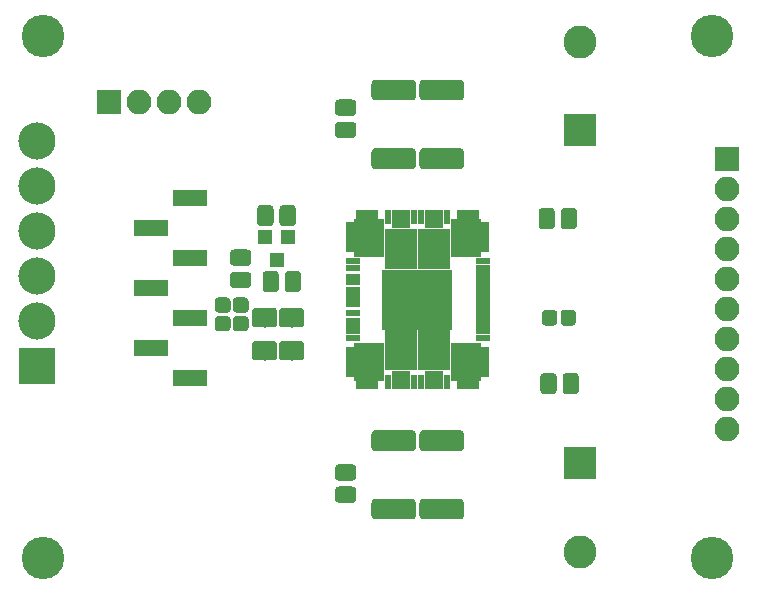
<source format=gbr>
G04 #@! TF.GenerationSoftware,KiCad,Pcbnew,5.0.0-fee4fd1~66~ubuntu16.04.1*
G04 #@! TF.CreationDate,2018-08-14T17:57:09-07:00*
G04 #@! TF.ProjectId,powerstep01-breakout,706F7765727374657030312D62726561,rev?*
G04 #@! TF.SameCoordinates,Original*
G04 #@! TF.FileFunction,Soldermask,Top*
G04 #@! TF.FilePolarity,Negative*
%FSLAX46Y46*%
G04 Gerber Fmt 4.6, Leading zero omitted, Abs format (unit mm)*
G04 Created by KiCad (PCBNEW 5.0.0-fee4fd1~66~ubuntu16.04.1) date Tue Aug 14 17:57:09 2018*
%MOMM*%
%LPD*%
G01*
G04 APERTURE LIST*
%ADD10R,5.900000X5.080000*%
%ADD11R,2.700000X3.410000*%
%ADD12R,1.560000X1.600000*%
%ADD13R,0.600000X1.200000*%
%ADD14R,1.200000X0.600000*%
%ADD15R,2.540000X3.250000*%
%ADD16R,1.840000X1.120000*%
%ADD17R,1.140000X2.570000*%
%ADD18C,0.100000*%
%ADD19C,1.650000*%
%ADD20R,1.200000X1.300000*%
%ADD21C,3.600000*%
%ADD22R,2.100000X2.100000*%
%ADD23O,2.100000X2.100000*%
%ADD24C,1.275000*%
%ADD25R,2.910000X1.400000*%
%ADD26C,1.750000*%
%ADD27R,3.150000X3.150000*%
%ADD28C,3.150000*%
%ADD29C,1.375000*%
%ADD30R,2.800000X2.800000*%
%ADD31C,2.800000*%
G04 APERTURE END LIST*
D10*
G04 #@! TO.C,U1*
X133778000Y-86614000D03*
D11*
X135228000Y-90879000D03*
X132488000Y-90879000D03*
X135228000Y-82349000D03*
X132488000Y-82349000D03*
D12*
X135268000Y-93414000D03*
X132448000Y-93414000D03*
X135268000Y-79814000D03*
X132448000Y-79814000D03*
D13*
X134168000Y-79614000D03*
X133548000Y-79614000D03*
X131348000Y-79614000D03*
X136368000Y-79614000D03*
X134168000Y-93614000D03*
X133548000Y-93614000D03*
X131348000Y-93614000D03*
X136368000Y-93614000D03*
D14*
X139358000Y-86404000D03*
X139358000Y-86004000D03*
X139358000Y-85604000D03*
X139358000Y-85204000D03*
X139358000Y-84804000D03*
X139358000Y-84404000D03*
X139358000Y-83964000D03*
X139358000Y-83364000D03*
X139358000Y-86824000D03*
X139358000Y-87224000D03*
X139358000Y-87624000D03*
X139358000Y-88024000D03*
X139358000Y-88424000D03*
X139358000Y-88824000D03*
X139358000Y-89264000D03*
X139358000Y-89864000D03*
X128358000Y-86214000D03*
X128358000Y-86614000D03*
X128358000Y-85814000D03*
X128358000Y-85094000D03*
X128358000Y-84694000D03*
X128358000Y-83964000D03*
X128358000Y-83364000D03*
X128358000Y-87014000D03*
X128358000Y-87734000D03*
X128358000Y-88464000D03*
X128358000Y-88864000D03*
X128358000Y-89264000D03*
X128358000Y-89864000D03*
D15*
X137948000Y-81359000D03*
X129768000Y-81359000D03*
X129768000Y-91869000D03*
X137948000Y-91869000D03*
D16*
X129558000Y-79574000D03*
X138158000Y-79574000D03*
X129558000Y-93654000D03*
X138158000Y-93654000D03*
D17*
X128338000Y-81299000D03*
X128338000Y-91929000D03*
X139378000Y-91929000D03*
X139378000Y-81299000D03*
G04 #@! TD*
D18*
G04 #@! TO.C,C13*
G36*
X123967346Y-90114589D02*
X123999380Y-90119341D01*
X124030794Y-90127210D01*
X124061286Y-90138120D01*
X124090561Y-90151966D01*
X124118338Y-90168615D01*
X124144350Y-90187907D01*
X124168345Y-90209655D01*
X124190093Y-90233650D01*
X124209385Y-90259662D01*
X124226034Y-90287439D01*
X124239880Y-90316714D01*
X124250790Y-90347206D01*
X124258659Y-90378620D01*
X124263411Y-90410654D01*
X124265000Y-90443000D01*
X124265000Y-91433000D01*
X124263411Y-91465346D01*
X124258659Y-91497380D01*
X124250790Y-91528794D01*
X124239880Y-91559286D01*
X124226034Y-91588561D01*
X124209385Y-91616338D01*
X124190093Y-91642350D01*
X124168345Y-91666345D01*
X124144350Y-91688093D01*
X124118338Y-91707385D01*
X124090561Y-91724034D01*
X124061286Y-91737880D01*
X124030794Y-91748790D01*
X123999380Y-91756659D01*
X123967346Y-91761411D01*
X123935000Y-91763000D01*
X122445000Y-91763000D01*
X122412654Y-91761411D01*
X122380620Y-91756659D01*
X122349206Y-91748790D01*
X122318714Y-91737880D01*
X122289439Y-91724034D01*
X122261662Y-91707385D01*
X122235650Y-91688093D01*
X122211655Y-91666345D01*
X122189907Y-91642350D01*
X122170615Y-91616338D01*
X122153966Y-91588561D01*
X122140120Y-91559286D01*
X122129210Y-91528794D01*
X122121341Y-91497380D01*
X122116589Y-91465346D01*
X122115000Y-91433000D01*
X122115000Y-90443000D01*
X122116589Y-90410654D01*
X122121341Y-90378620D01*
X122129210Y-90347206D01*
X122140120Y-90316714D01*
X122153966Y-90287439D01*
X122170615Y-90259662D01*
X122189907Y-90233650D01*
X122211655Y-90209655D01*
X122235650Y-90187907D01*
X122261662Y-90168615D01*
X122289439Y-90151966D01*
X122318714Y-90138120D01*
X122349206Y-90127210D01*
X122380620Y-90119341D01*
X122412654Y-90114589D01*
X122445000Y-90113000D01*
X123935000Y-90113000D01*
X123967346Y-90114589D01*
X123967346Y-90114589D01*
G37*
D19*
X123190000Y-90938000D03*
D18*
G36*
X123967346Y-87314589D02*
X123999380Y-87319341D01*
X124030794Y-87327210D01*
X124061286Y-87338120D01*
X124090561Y-87351966D01*
X124118338Y-87368615D01*
X124144350Y-87387907D01*
X124168345Y-87409655D01*
X124190093Y-87433650D01*
X124209385Y-87459662D01*
X124226034Y-87487439D01*
X124239880Y-87516714D01*
X124250790Y-87547206D01*
X124258659Y-87578620D01*
X124263411Y-87610654D01*
X124265000Y-87643000D01*
X124265000Y-88633000D01*
X124263411Y-88665346D01*
X124258659Y-88697380D01*
X124250790Y-88728794D01*
X124239880Y-88759286D01*
X124226034Y-88788561D01*
X124209385Y-88816338D01*
X124190093Y-88842350D01*
X124168345Y-88866345D01*
X124144350Y-88888093D01*
X124118338Y-88907385D01*
X124090561Y-88924034D01*
X124061286Y-88937880D01*
X124030794Y-88948790D01*
X123999380Y-88956659D01*
X123967346Y-88961411D01*
X123935000Y-88963000D01*
X122445000Y-88963000D01*
X122412654Y-88961411D01*
X122380620Y-88956659D01*
X122349206Y-88948790D01*
X122318714Y-88937880D01*
X122289439Y-88924034D01*
X122261662Y-88907385D01*
X122235650Y-88888093D01*
X122211655Y-88866345D01*
X122189907Y-88842350D01*
X122170615Y-88816338D01*
X122153966Y-88788561D01*
X122140120Y-88759286D01*
X122129210Y-88728794D01*
X122121341Y-88697380D01*
X122116589Y-88665346D01*
X122115000Y-88633000D01*
X122115000Y-87643000D01*
X122116589Y-87610654D01*
X122121341Y-87578620D01*
X122129210Y-87547206D01*
X122140120Y-87516714D01*
X122153966Y-87487439D01*
X122170615Y-87459662D01*
X122189907Y-87433650D01*
X122211655Y-87409655D01*
X122235650Y-87387907D01*
X122261662Y-87368615D01*
X122289439Y-87351966D01*
X122318714Y-87338120D01*
X122349206Y-87327210D01*
X122380620Y-87319341D01*
X122412654Y-87314589D01*
X122445000Y-87313000D01*
X123935000Y-87313000D01*
X123967346Y-87314589D01*
X123967346Y-87314589D01*
G37*
D19*
X123190000Y-88138000D03*
G04 #@! TD*
D20*
G04 #@! TO.C,D1*
X122870000Y-81280000D03*
X120970000Y-81280000D03*
X121920000Y-83280000D03*
G04 #@! TD*
D21*
G04 #@! TO.C,REF\002A\002A*
X158750000Y-108458000D03*
G04 #@! TD*
D22*
G04 #@! TO.C,J4*
X160020000Y-74676000D03*
D23*
X160020000Y-77216000D03*
X160020000Y-79756000D03*
X160020000Y-82296000D03*
X160020000Y-84836000D03*
X160020000Y-87376000D03*
X160020000Y-89916000D03*
X160020000Y-92456000D03*
X160020000Y-94996000D03*
X160020000Y-97536000D03*
G04 #@! TD*
D18*
G04 #@! TO.C,C9*
G36*
X146958993Y-87464535D02*
X146989935Y-87469125D01*
X147020278Y-87476725D01*
X147049730Y-87487263D01*
X147078008Y-87500638D01*
X147104838Y-87516719D01*
X147129963Y-87535353D01*
X147153140Y-87556360D01*
X147174147Y-87579537D01*
X147192781Y-87604662D01*
X147208862Y-87631492D01*
X147222237Y-87659770D01*
X147232775Y-87689222D01*
X147240375Y-87719565D01*
X147244965Y-87750507D01*
X147246500Y-87781750D01*
X147246500Y-88494250D01*
X147244965Y-88525493D01*
X147240375Y-88556435D01*
X147232775Y-88586778D01*
X147222237Y-88616230D01*
X147208862Y-88644508D01*
X147192781Y-88671338D01*
X147174147Y-88696463D01*
X147153140Y-88719640D01*
X147129963Y-88740647D01*
X147104838Y-88759281D01*
X147078008Y-88775362D01*
X147049730Y-88788737D01*
X147020278Y-88799275D01*
X146989935Y-88806875D01*
X146958993Y-88811465D01*
X146927750Y-88813000D01*
X146290250Y-88813000D01*
X146259007Y-88811465D01*
X146228065Y-88806875D01*
X146197722Y-88799275D01*
X146168270Y-88788737D01*
X146139992Y-88775362D01*
X146113162Y-88759281D01*
X146088037Y-88740647D01*
X146064860Y-88719640D01*
X146043853Y-88696463D01*
X146025219Y-88671338D01*
X146009138Y-88644508D01*
X145995763Y-88616230D01*
X145985225Y-88586778D01*
X145977625Y-88556435D01*
X145973035Y-88525493D01*
X145971500Y-88494250D01*
X145971500Y-87781750D01*
X145973035Y-87750507D01*
X145977625Y-87719565D01*
X145985225Y-87689222D01*
X145995763Y-87659770D01*
X146009138Y-87631492D01*
X146025219Y-87604662D01*
X146043853Y-87579537D01*
X146064860Y-87556360D01*
X146088037Y-87535353D01*
X146113162Y-87516719D01*
X146139992Y-87500638D01*
X146168270Y-87487263D01*
X146197722Y-87476725D01*
X146228065Y-87469125D01*
X146259007Y-87464535D01*
X146290250Y-87463000D01*
X146927750Y-87463000D01*
X146958993Y-87464535D01*
X146958993Y-87464535D01*
G37*
D24*
X146609000Y-88138000D03*
D18*
G36*
X145383993Y-87464535D02*
X145414935Y-87469125D01*
X145445278Y-87476725D01*
X145474730Y-87487263D01*
X145503008Y-87500638D01*
X145529838Y-87516719D01*
X145554963Y-87535353D01*
X145578140Y-87556360D01*
X145599147Y-87579537D01*
X145617781Y-87604662D01*
X145633862Y-87631492D01*
X145647237Y-87659770D01*
X145657775Y-87689222D01*
X145665375Y-87719565D01*
X145669965Y-87750507D01*
X145671500Y-87781750D01*
X145671500Y-88494250D01*
X145669965Y-88525493D01*
X145665375Y-88556435D01*
X145657775Y-88586778D01*
X145647237Y-88616230D01*
X145633862Y-88644508D01*
X145617781Y-88671338D01*
X145599147Y-88696463D01*
X145578140Y-88719640D01*
X145554963Y-88740647D01*
X145529838Y-88759281D01*
X145503008Y-88775362D01*
X145474730Y-88788737D01*
X145445278Y-88799275D01*
X145414935Y-88806875D01*
X145383993Y-88811465D01*
X145352750Y-88813000D01*
X144715250Y-88813000D01*
X144684007Y-88811465D01*
X144653065Y-88806875D01*
X144622722Y-88799275D01*
X144593270Y-88788737D01*
X144564992Y-88775362D01*
X144538162Y-88759281D01*
X144513037Y-88740647D01*
X144489860Y-88719640D01*
X144468853Y-88696463D01*
X144450219Y-88671338D01*
X144434138Y-88644508D01*
X144420763Y-88616230D01*
X144410225Y-88586778D01*
X144402625Y-88556435D01*
X144398035Y-88525493D01*
X144396500Y-88494250D01*
X144396500Y-87781750D01*
X144398035Y-87750507D01*
X144402625Y-87719565D01*
X144410225Y-87689222D01*
X144420763Y-87659770D01*
X144434138Y-87631492D01*
X144450219Y-87604662D01*
X144468853Y-87579537D01*
X144489860Y-87556360D01*
X144513037Y-87535353D01*
X144538162Y-87516719D01*
X144564992Y-87500638D01*
X144593270Y-87487263D01*
X144622722Y-87476725D01*
X144653065Y-87469125D01*
X144684007Y-87464535D01*
X144715250Y-87463000D01*
X145352750Y-87463000D01*
X145383993Y-87464535D01*
X145383993Y-87464535D01*
G37*
D24*
X145034000Y-88138000D03*
G04 #@! TD*
D25*
G04 #@! TO.C,J3*
X114554000Y-93218000D03*
X114554000Y-88138000D03*
X114554000Y-83058000D03*
X114554000Y-77978000D03*
X111244000Y-90678000D03*
X111244000Y-85598000D03*
X111244000Y-80518000D03*
G04 #@! TD*
D18*
G04 #@! TO.C,R2*
G36*
X137472692Y-73802561D02*
X137504151Y-73807227D01*
X137535000Y-73814954D01*
X137564944Y-73825669D01*
X137593694Y-73839266D01*
X137620972Y-73855616D01*
X137646517Y-73874561D01*
X137670081Y-73895919D01*
X137691439Y-73919483D01*
X137710384Y-73945028D01*
X137726734Y-73972306D01*
X137740331Y-74001056D01*
X137751046Y-74031000D01*
X137758773Y-74061849D01*
X137763439Y-74093308D01*
X137765000Y-74125073D01*
X137765000Y-75226927D01*
X137763439Y-75258692D01*
X137758773Y-75290151D01*
X137751046Y-75321000D01*
X137740331Y-75350944D01*
X137726734Y-75379694D01*
X137710384Y-75406972D01*
X137691439Y-75432517D01*
X137670081Y-75456081D01*
X137646517Y-75477439D01*
X137620972Y-75496384D01*
X137593694Y-75512734D01*
X137564944Y-75526331D01*
X137535000Y-75537046D01*
X137504151Y-75544773D01*
X137472692Y-75549439D01*
X137440927Y-75551000D01*
X134339073Y-75551000D01*
X134307308Y-75549439D01*
X134275849Y-75544773D01*
X134245000Y-75537046D01*
X134215056Y-75526331D01*
X134186306Y-75512734D01*
X134159028Y-75496384D01*
X134133483Y-75477439D01*
X134109919Y-75456081D01*
X134088561Y-75432517D01*
X134069616Y-75406972D01*
X134053266Y-75379694D01*
X134039669Y-75350944D01*
X134028954Y-75321000D01*
X134021227Y-75290151D01*
X134016561Y-75258692D01*
X134015000Y-75226927D01*
X134015000Y-74125073D01*
X134016561Y-74093308D01*
X134021227Y-74061849D01*
X134028954Y-74031000D01*
X134039669Y-74001056D01*
X134053266Y-73972306D01*
X134069616Y-73945028D01*
X134088561Y-73919483D01*
X134109919Y-73895919D01*
X134133483Y-73874561D01*
X134159028Y-73855616D01*
X134186306Y-73839266D01*
X134215056Y-73825669D01*
X134245000Y-73814954D01*
X134275849Y-73807227D01*
X134307308Y-73802561D01*
X134339073Y-73801000D01*
X137440927Y-73801000D01*
X137472692Y-73802561D01*
X137472692Y-73802561D01*
G37*
D26*
X135890000Y-74676000D03*
D18*
G36*
X137472692Y-68002561D02*
X137504151Y-68007227D01*
X137535000Y-68014954D01*
X137564944Y-68025669D01*
X137593694Y-68039266D01*
X137620972Y-68055616D01*
X137646517Y-68074561D01*
X137670081Y-68095919D01*
X137691439Y-68119483D01*
X137710384Y-68145028D01*
X137726734Y-68172306D01*
X137740331Y-68201056D01*
X137751046Y-68231000D01*
X137758773Y-68261849D01*
X137763439Y-68293308D01*
X137765000Y-68325073D01*
X137765000Y-69426927D01*
X137763439Y-69458692D01*
X137758773Y-69490151D01*
X137751046Y-69521000D01*
X137740331Y-69550944D01*
X137726734Y-69579694D01*
X137710384Y-69606972D01*
X137691439Y-69632517D01*
X137670081Y-69656081D01*
X137646517Y-69677439D01*
X137620972Y-69696384D01*
X137593694Y-69712734D01*
X137564944Y-69726331D01*
X137535000Y-69737046D01*
X137504151Y-69744773D01*
X137472692Y-69749439D01*
X137440927Y-69751000D01*
X134339073Y-69751000D01*
X134307308Y-69749439D01*
X134275849Y-69744773D01*
X134245000Y-69737046D01*
X134215056Y-69726331D01*
X134186306Y-69712734D01*
X134159028Y-69696384D01*
X134133483Y-69677439D01*
X134109919Y-69656081D01*
X134088561Y-69632517D01*
X134069616Y-69606972D01*
X134053266Y-69579694D01*
X134039669Y-69550944D01*
X134028954Y-69521000D01*
X134021227Y-69490151D01*
X134016561Y-69458692D01*
X134015000Y-69426927D01*
X134015000Y-68325073D01*
X134016561Y-68293308D01*
X134021227Y-68261849D01*
X134028954Y-68231000D01*
X134039669Y-68201056D01*
X134053266Y-68172306D01*
X134069616Y-68145028D01*
X134088561Y-68119483D01*
X134109919Y-68095919D01*
X134133483Y-68074561D01*
X134159028Y-68055616D01*
X134186306Y-68039266D01*
X134215056Y-68025669D01*
X134245000Y-68014954D01*
X134275849Y-68007227D01*
X134307308Y-68002561D01*
X134339073Y-68001000D01*
X137440927Y-68001000D01*
X137472692Y-68002561D01*
X137472692Y-68002561D01*
G37*
D26*
X135890000Y-68876000D03*
G04 #@! TD*
D21*
G04 #@! TO.C,REF\002A\002A*
X102108000Y-108458000D03*
G04 #@! TD*
G04 #@! TO.C,REF\002A\002A*
X158750000Y-64262000D03*
G04 #@! TD*
D27*
G04 #@! TO.C,J1*
X101600000Y-92202000D03*
D28*
X101600000Y-88392000D03*
X101600000Y-84582000D03*
X101600000Y-80772000D03*
X101600000Y-76962000D03*
X101600000Y-73152000D03*
G04 #@! TD*
D18*
G04 #@! TO.C,R3*
G36*
X133408692Y-97678561D02*
X133440151Y-97683227D01*
X133471000Y-97690954D01*
X133500944Y-97701669D01*
X133529694Y-97715266D01*
X133556972Y-97731616D01*
X133582517Y-97750561D01*
X133606081Y-97771919D01*
X133627439Y-97795483D01*
X133646384Y-97821028D01*
X133662734Y-97848306D01*
X133676331Y-97877056D01*
X133687046Y-97907000D01*
X133694773Y-97937849D01*
X133699439Y-97969308D01*
X133701000Y-98001073D01*
X133701000Y-99102927D01*
X133699439Y-99134692D01*
X133694773Y-99166151D01*
X133687046Y-99197000D01*
X133676331Y-99226944D01*
X133662734Y-99255694D01*
X133646384Y-99282972D01*
X133627439Y-99308517D01*
X133606081Y-99332081D01*
X133582517Y-99353439D01*
X133556972Y-99372384D01*
X133529694Y-99388734D01*
X133500944Y-99402331D01*
X133471000Y-99413046D01*
X133440151Y-99420773D01*
X133408692Y-99425439D01*
X133376927Y-99427000D01*
X130275073Y-99427000D01*
X130243308Y-99425439D01*
X130211849Y-99420773D01*
X130181000Y-99413046D01*
X130151056Y-99402331D01*
X130122306Y-99388734D01*
X130095028Y-99372384D01*
X130069483Y-99353439D01*
X130045919Y-99332081D01*
X130024561Y-99308517D01*
X130005616Y-99282972D01*
X129989266Y-99255694D01*
X129975669Y-99226944D01*
X129964954Y-99197000D01*
X129957227Y-99166151D01*
X129952561Y-99134692D01*
X129951000Y-99102927D01*
X129951000Y-98001073D01*
X129952561Y-97969308D01*
X129957227Y-97937849D01*
X129964954Y-97907000D01*
X129975669Y-97877056D01*
X129989266Y-97848306D01*
X130005616Y-97821028D01*
X130024561Y-97795483D01*
X130045919Y-97771919D01*
X130069483Y-97750561D01*
X130095028Y-97731616D01*
X130122306Y-97715266D01*
X130151056Y-97701669D01*
X130181000Y-97690954D01*
X130211849Y-97683227D01*
X130243308Y-97678561D01*
X130275073Y-97677000D01*
X133376927Y-97677000D01*
X133408692Y-97678561D01*
X133408692Y-97678561D01*
G37*
D26*
X131826000Y-98552000D03*
D18*
G36*
X133408692Y-103478561D02*
X133440151Y-103483227D01*
X133471000Y-103490954D01*
X133500944Y-103501669D01*
X133529694Y-103515266D01*
X133556972Y-103531616D01*
X133582517Y-103550561D01*
X133606081Y-103571919D01*
X133627439Y-103595483D01*
X133646384Y-103621028D01*
X133662734Y-103648306D01*
X133676331Y-103677056D01*
X133687046Y-103707000D01*
X133694773Y-103737849D01*
X133699439Y-103769308D01*
X133701000Y-103801073D01*
X133701000Y-104902927D01*
X133699439Y-104934692D01*
X133694773Y-104966151D01*
X133687046Y-104997000D01*
X133676331Y-105026944D01*
X133662734Y-105055694D01*
X133646384Y-105082972D01*
X133627439Y-105108517D01*
X133606081Y-105132081D01*
X133582517Y-105153439D01*
X133556972Y-105172384D01*
X133529694Y-105188734D01*
X133500944Y-105202331D01*
X133471000Y-105213046D01*
X133440151Y-105220773D01*
X133408692Y-105225439D01*
X133376927Y-105227000D01*
X130275073Y-105227000D01*
X130243308Y-105225439D01*
X130211849Y-105220773D01*
X130181000Y-105213046D01*
X130151056Y-105202331D01*
X130122306Y-105188734D01*
X130095028Y-105172384D01*
X130069483Y-105153439D01*
X130045919Y-105132081D01*
X130024561Y-105108517D01*
X130005616Y-105082972D01*
X129989266Y-105055694D01*
X129975669Y-105026944D01*
X129964954Y-104997000D01*
X129957227Y-104966151D01*
X129952561Y-104934692D01*
X129951000Y-104902927D01*
X129951000Y-103801073D01*
X129952561Y-103769308D01*
X129957227Y-103737849D01*
X129964954Y-103707000D01*
X129975669Y-103677056D01*
X129989266Y-103648306D01*
X130005616Y-103621028D01*
X130024561Y-103595483D01*
X130045919Y-103571919D01*
X130069483Y-103550561D01*
X130095028Y-103531616D01*
X130122306Y-103515266D01*
X130151056Y-103501669D01*
X130181000Y-103490954D01*
X130211849Y-103483227D01*
X130243308Y-103478561D01*
X130275073Y-103477000D01*
X133376927Y-103477000D01*
X133408692Y-103478561D01*
X133408692Y-103478561D01*
G37*
D26*
X131826000Y-104352000D03*
G04 #@! TD*
D18*
G04 #@! TO.C,R1*
G36*
X133408692Y-68002561D02*
X133440151Y-68007227D01*
X133471000Y-68014954D01*
X133500944Y-68025669D01*
X133529694Y-68039266D01*
X133556972Y-68055616D01*
X133582517Y-68074561D01*
X133606081Y-68095919D01*
X133627439Y-68119483D01*
X133646384Y-68145028D01*
X133662734Y-68172306D01*
X133676331Y-68201056D01*
X133687046Y-68231000D01*
X133694773Y-68261849D01*
X133699439Y-68293308D01*
X133701000Y-68325073D01*
X133701000Y-69426927D01*
X133699439Y-69458692D01*
X133694773Y-69490151D01*
X133687046Y-69521000D01*
X133676331Y-69550944D01*
X133662734Y-69579694D01*
X133646384Y-69606972D01*
X133627439Y-69632517D01*
X133606081Y-69656081D01*
X133582517Y-69677439D01*
X133556972Y-69696384D01*
X133529694Y-69712734D01*
X133500944Y-69726331D01*
X133471000Y-69737046D01*
X133440151Y-69744773D01*
X133408692Y-69749439D01*
X133376927Y-69751000D01*
X130275073Y-69751000D01*
X130243308Y-69749439D01*
X130211849Y-69744773D01*
X130181000Y-69737046D01*
X130151056Y-69726331D01*
X130122306Y-69712734D01*
X130095028Y-69696384D01*
X130069483Y-69677439D01*
X130045919Y-69656081D01*
X130024561Y-69632517D01*
X130005616Y-69606972D01*
X129989266Y-69579694D01*
X129975669Y-69550944D01*
X129964954Y-69521000D01*
X129957227Y-69490151D01*
X129952561Y-69458692D01*
X129951000Y-69426927D01*
X129951000Y-68325073D01*
X129952561Y-68293308D01*
X129957227Y-68261849D01*
X129964954Y-68231000D01*
X129975669Y-68201056D01*
X129989266Y-68172306D01*
X130005616Y-68145028D01*
X130024561Y-68119483D01*
X130045919Y-68095919D01*
X130069483Y-68074561D01*
X130095028Y-68055616D01*
X130122306Y-68039266D01*
X130151056Y-68025669D01*
X130181000Y-68014954D01*
X130211849Y-68007227D01*
X130243308Y-68002561D01*
X130275073Y-68001000D01*
X133376927Y-68001000D01*
X133408692Y-68002561D01*
X133408692Y-68002561D01*
G37*
D26*
X131826000Y-68876000D03*
D18*
G36*
X133408692Y-73802561D02*
X133440151Y-73807227D01*
X133471000Y-73814954D01*
X133500944Y-73825669D01*
X133529694Y-73839266D01*
X133556972Y-73855616D01*
X133582517Y-73874561D01*
X133606081Y-73895919D01*
X133627439Y-73919483D01*
X133646384Y-73945028D01*
X133662734Y-73972306D01*
X133676331Y-74001056D01*
X133687046Y-74031000D01*
X133694773Y-74061849D01*
X133699439Y-74093308D01*
X133701000Y-74125073D01*
X133701000Y-75226927D01*
X133699439Y-75258692D01*
X133694773Y-75290151D01*
X133687046Y-75321000D01*
X133676331Y-75350944D01*
X133662734Y-75379694D01*
X133646384Y-75406972D01*
X133627439Y-75432517D01*
X133606081Y-75456081D01*
X133582517Y-75477439D01*
X133556972Y-75496384D01*
X133529694Y-75512734D01*
X133500944Y-75526331D01*
X133471000Y-75537046D01*
X133440151Y-75544773D01*
X133408692Y-75549439D01*
X133376927Y-75551000D01*
X130275073Y-75551000D01*
X130243308Y-75549439D01*
X130211849Y-75544773D01*
X130181000Y-75537046D01*
X130151056Y-75526331D01*
X130122306Y-75512734D01*
X130095028Y-75496384D01*
X130069483Y-75477439D01*
X130045919Y-75456081D01*
X130024561Y-75432517D01*
X130005616Y-75406972D01*
X129989266Y-75379694D01*
X129975669Y-75350944D01*
X129964954Y-75321000D01*
X129957227Y-75290151D01*
X129952561Y-75258692D01*
X129951000Y-75226927D01*
X129951000Y-74125073D01*
X129952561Y-74093308D01*
X129957227Y-74061849D01*
X129964954Y-74031000D01*
X129975669Y-74001056D01*
X129989266Y-73972306D01*
X130005616Y-73945028D01*
X130024561Y-73919483D01*
X130045919Y-73895919D01*
X130069483Y-73874561D01*
X130095028Y-73855616D01*
X130122306Y-73839266D01*
X130151056Y-73825669D01*
X130181000Y-73814954D01*
X130211849Y-73807227D01*
X130243308Y-73802561D01*
X130275073Y-73801000D01*
X133376927Y-73801000D01*
X133408692Y-73802561D01*
X133408692Y-73802561D01*
G37*
D26*
X131826000Y-74676000D03*
G04 #@! TD*
D22*
G04 #@! TO.C,J2*
X107696000Y-69850000D03*
D23*
X110236000Y-69850000D03*
X112776000Y-69850000D03*
X115316000Y-69850000D03*
G04 #@! TD*
D18*
G04 #@! TO.C,C6*
G36*
X123664443Y-84191655D02*
X123697812Y-84196605D01*
X123730535Y-84204802D01*
X123762297Y-84216166D01*
X123792793Y-84230590D01*
X123821727Y-84247932D01*
X123848823Y-84268028D01*
X123873818Y-84290682D01*
X123896472Y-84315677D01*
X123916568Y-84342773D01*
X123933910Y-84371707D01*
X123948334Y-84402203D01*
X123959698Y-84433965D01*
X123967895Y-84466688D01*
X123972845Y-84500057D01*
X123974500Y-84533750D01*
X123974500Y-85646250D01*
X123972845Y-85679943D01*
X123967895Y-85713312D01*
X123959698Y-85746035D01*
X123948334Y-85777797D01*
X123933910Y-85808293D01*
X123916568Y-85837227D01*
X123896472Y-85864323D01*
X123873818Y-85889318D01*
X123848823Y-85911972D01*
X123821727Y-85932068D01*
X123792793Y-85949410D01*
X123762297Y-85963834D01*
X123730535Y-85975198D01*
X123697812Y-85983395D01*
X123664443Y-85988345D01*
X123630750Y-85990000D01*
X122943250Y-85990000D01*
X122909557Y-85988345D01*
X122876188Y-85983395D01*
X122843465Y-85975198D01*
X122811703Y-85963834D01*
X122781207Y-85949410D01*
X122752273Y-85932068D01*
X122725177Y-85911972D01*
X122700182Y-85889318D01*
X122677528Y-85864323D01*
X122657432Y-85837227D01*
X122640090Y-85808293D01*
X122625666Y-85777797D01*
X122614302Y-85746035D01*
X122606105Y-85713312D01*
X122601155Y-85679943D01*
X122599500Y-85646250D01*
X122599500Y-84533750D01*
X122601155Y-84500057D01*
X122606105Y-84466688D01*
X122614302Y-84433965D01*
X122625666Y-84402203D01*
X122640090Y-84371707D01*
X122657432Y-84342773D01*
X122677528Y-84315677D01*
X122700182Y-84290682D01*
X122725177Y-84268028D01*
X122752273Y-84247932D01*
X122781207Y-84230590D01*
X122811703Y-84216166D01*
X122843465Y-84204802D01*
X122876188Y-84196605D01*
X122909557Y-84191655D01*
X122943250Y-84190000D01*
X123630750Y-84190000D01*
X123664443Y-84191655D01*
X123664443Y-84191655D01*
G37*
D29*
X123287000Y-85090000D03*
D18*
G36*
X121789443Y-84191655D02*
X121822812Y-84196605D01*
X121855535Y-84204802D01*
X121887297Y-84216166D01*
X121917793Y-84230590D01*
X121946727Y-84247932D01*
X121973823Y-84268028D01*
X121998818Y-84290682D01*
X122021472Y-84315677D01*
X122041568Y-84342773D01*
X122058910Y-84371707D01*
X122073334Y-84402203D01*
X122084698Y-84433965D01*
X122092895Y-84466688D01*
X122097845Y-84500057D01*
X122099500Y-84533750D01*
X122099500Y-85646250D01*
X122097845Y-85679943D01*
X122092895Y-85713312D01*
X122084698Y-85746035D01*
X122073334Y-85777797D01*
X122058910Y-85808293D01*
X122041568Y-85837227D01*
X122021472Y-85864323D01*
X121998818Y-85889318D01*
X121973823Y-85911972D01*
X121946727Y-85932068D01*
X121917793Y-85949410D01*
X121887297Y-85963834D01*
X121855535Y-85975198D01*
X121822812Y-85983395D01*
X121789443Y-85988345D01*
X121755750Y-85990000D01*
X121068250Y-85990000D01*
X121034557Y-85988345D01*
X121001188Y-85983395D01*
X120968465Y-85975198D01*
X120936703Y-85963834D01*
X120906207Y-85949410D01*
X120877273Y-85932068D01*
X120850177Y-85911972D01*
X120825182Y-85889318D01*
X120802528Y-85864323D01*
X120782432Y-85837227D01*
X120765090Y-85808293D01*
X120750666Y-85777797D01*
X120739302Y-85746035D01*
X120731105Y-85713312D01*
X120726155Y-85679943D01*
X120724500Y-85646250D01*
X120724500Y-84533750D01*
X120726155Y-84500057D01*
X120731105Y-84466688D01*
X120739302Y-84433965D01*
X120750666Y-84402203D01*
X120765090Y-84371707D01*
X120782432Y-84342773D01*
X120802528Y-84315677D01*
X120825182Y-84290682D01*
X120850177Y-84268028D01*
X120877273Y-84247932D01*
X120906207Y-84230590D01*
X120936703Y-84216166D01*
X120968465Y-84204802D01*
X121001188Y-84196605D01*
X121034557Y-84191655D01*
X121068250Y-84190000D01*
X121755750Y-84190000D01*
X121789443Y-84191655D01*
X121789443Y-84191655D01*
G37*
D29*
X121412000Y-85090000D03*
G04 #@! TD*
D30*
G04 #@! TO.C,C8*
X147574000Y-100450000D03*
D31*
X147574000Y-107950000D03*
G04 #@! TD*
D18*
G04 #@! TO.C,C3*
G36*
X145314443Y-92827655D02*
X145347812Y-92832605D01*
X145380535Y-92840802D01*
X145412297Y-92852166D01*
X145442793Y-92866590D01*
X145471727Y-92883932D01*
X145498823Y-92904028D01*
X145523818Y-92926682D01*
X145546472Y-92951677D01*
X145566568Y-92978773D01*
X145583910Y-93007707D01*
X145598334Y-93038203D01*
X145609698Y-93069965D01*
X145617895Y-93102688D01*
X145622845Y-93136057D01*
X145624500Y-93169750D01*
X145624500Y-94282250D01*
X145622845Y-94315943D01*
X145617895Y-94349312D01*
X145609698Y-94382035D01*
X145598334Y-94413797D01*
X145583910Y-94444293D01*
X145566568Y-94473227D01*
X145546472Y-94500323D01*
X145523818Y-94525318D01*
X145498823Y-94547972D01*
X145471727Y-94568068D01*
X145442793Y-94585410D01*
X145412297Y-94599834D01*
X145380535Y-94611198D01*
X145347812Y-94619395D01*
X145314443Y-94624345D01*
X145280750Y-94626000D01*
X144593250Y-94626000D01*
X144559557Y-94624345D01*
X144526188Y-94619395D01*
X144493465Y-94611198D01*
X144461703Y-94599834D01*
X144431207Y-94585410D01*
X144402273Y-94568068D01*
X144375177Y-94547972D01*
X144350182Y-94525318D01*
X144327528Y-94500323D01*
X144307432Y-94473227D01*
X144290090Y-94444293D01*
X144275666Y-94413797D01*
X144264302Y-94382035D01*
X144256105Y-94349312D01*
X144251155Y-94315943D01*
X144249500Y-94282250D01*
X144249500Y-93169750D01*
X144251155Y-93136057D01*
X144256105Y-93102688D01*
X144264302Y-93069965D01*
X144275666Y-93038203D01*
X144290090Y-93007707D01*
X144307432Y-92978773D01*
X144327528Y-92951677D01*
X144350182Y-92926682D01*
X144375177Y-92904028D01*
X144402273Y-92883932D01*
X144431207Y-92866590D01*
X144461703Y-92852166D01*
X144493465Y-92840802D01*
X144526188Y-92832605D01*
X144559557Y-92827655D01*
X144593250Y-92826000D01*
X145280750Y-92826000D01*
X145314443Y-92827655D01*
X145314443Y-92827655D01*
G37*
D29*
X144937000Y-93726000D03*
D18*
G36*
X147189443Y-92827655D02*
X147222812Y-92832605D01*
X147255535Y-92840802D01*
X147287297Y-92852166D01*
X147317793Y-92866590D01*
X147346727Y-92883932D01*
X147373823Y-92904028D01*
X147398818Y-92926682D01*
X147421472Y-92951677D01*
X147441568Y-92978773D01*
X147458910Y-93007707D01*
X147473334Y-93038203D01*
X147484698Y-93069965D01*
X147492895Y-93102688D01*
X147497845Y-93136057D01*
X147499500Y-93169750D01*
X147499500Y-94282250D01*
X147497845Y-94315943D01*
X147492895Y-94349312D01*
X147484698Y-94382035D01*
X147473334Y-94413797D01*
X147458910Y-94444293D01*
X147441568Y-94473227D01*
X147421472Y-94500323D01*
X147398818Y-94525318D01*
X147373823Y-94547972D01*
X147346727Y-94568068D01*
X147317793Y-94585410D01*
X147287297Y-94599834D01*
X147255535Y-94611198D01*
X147222812Y-94619395D01*
X147189443Y-94624345D01*
X147155750Y-94626000D01*
X146468250Y-94626000D01*
X146434557Y-94624345D01*
X146401188Y-94619395D01*
X146368465Y-94611198D01*
X146336703Y-94599834D01*
X146306207Y-94585410D01*
X146277273Y-94568068D01*
X146250177Y-94547972D01*
X146225182Y-94525318D01*
X146202528Y-94500323D01*
X146182432Y-94473227D01*
X146165090Y-94444293D01*
X146150666Y-94413797D01*
X146139302Y-94382035D01*
X146131105Y-94349312D01*
X146126155Y-94315943D01*
X146124500Y-94282250D01*
X146124500Y-93169750D01*
X146126155Y-93136057D01*
X146131105Y-93102688D01*
X146139302Y-93069965D01*
X146150666Y-93038203D01*
X146165090Y-93007707D01*
X146182432Y-92978773D01*
X146202528Y-92951677D01*
X146225182Y-92926682D01*
X146250177Y-92904028D01*
X146277273Y-92883932D01*
X146306207Y-92866590D01*
X146336703Y-92852166D01*
X146368465Y-92840802D01*
X146401188Y-92832605D01*
X146434557Y-92827655D01*
X146468250Y-92826000D01*
X147155750Y-92826000D01*
X147189443Y-92827655D01*
X147189443Y-92827655D01*
G37*
D29*
X146812000Y-93726000D03*
G04 #@! TD*
D18*
G04 #@! TO.C,C2*
G36*
X147032443Y-78857655D02*
X147065812Y-78862605D01*
X147098535Y-78870802D01*
X147130297Y-78882166D01*
X147160793Y-78896590D01*
X147189727Y-78913932D01*
X147216823Y-78934028D01*
X147241818Y-78956682D01*
X147264472Y-78981677D01*
X147284568Y-79008773D01*
X147301910Y-79037707D01*
X147316334Y-79068203D01*
X147327698Y-79099965D01*
X147335895Y-79132688D01*
X147340845Y-79166057D01*
X147342500Y-79199750D01*
X147342500Y-80312250D01*
X147340845Y-80345943D01*
X147335895Y-80379312D01*
X147327698Y-80412035D01*
X147316334Y-80443797D01*
X147301910Y-80474293D01*
X147284568Y-80503227D01*
X147264472Y-80530323D01*
X147241818Y-80555318D01*
X147216823Y-80577972D01*
X147189727Y-80598068D01*
X147160793Y-80615410D01*
X147130297Y-80629834D01*
X147098535Y-80641198D01*
X147065812Y-80649395D01*
X147032443Y-80654345D01*
X146998750Y-80656000D01*
X146311250Y-80656000D01*
X146277557Y-80654345D01*
X146244188Y-80649395D01*
X146211465Y-80641198D01*
X146179703Y-80629834D01*
X146149207Y-80615410D01*
X146120273Y-80598068D01*
X146093177Y-80577972D01*
X146068182Y-80555318D01*
X146045528Y-80530323D01*
X146025432Y-80503227D01*
X146008090Y-80474293D01*
X145993666Y-80443797D01*
X145982302Y-80412035D01*
X145974105Y-80379312D01*
X145969155Y-80345943D01*
X145967500Y-80312250D01*
X145967500Y-79199750D01*
X145969155Y-79166057D01*
X145974105Y-79132688D01*
X145982302Y-79099965D01*
X145993666Y-79068203D01*
X146008090Y-79037707D01*
X146025432Y-79008773D01*
X146045528Y-78981677D01*
X146068182Y-78956682D01*
X146093177Y-78934028D01*
X146120273Y-78913932D01*
X146149207Y-78896590D01*
X146179703Y-78882166D01*
X146211465Y-78870802D01*
X146244188Y-78862605D01*
X146277557Y-78857655D01*
X146311250Y-78856000D01*
X146998750Y-78856000D01*
X147032443Y-78857655D01*
X147032443Y-78857655D01*
G37*
D29*
X146655000Y-79756000D03*
D18*
G36*
X145157443Y-78857655D02*
X145190812Y-78862605D01*
X145223535Y-78870802D01*
X145255297Y-78882166D01*
X145285793Y-78896590D01*
X145314727Y-78913932D01*
X145341823Y-78934028D01*
X145366818Y-78956682D01*
X145389472Y-78981677D01*
X145409568Y-79008773D01*
X145426910Y-79037707D01*
X145441334Y-79068203D01*
X145452698Y-79099965D01*
X145460895Y-79132688D01*
X145465845Y-79166057D01*
X145467500Y-79199750D01*
X145467500Y-80312250D01*
X145465845Y-80345943D01*
X145460895Y-80379312D01*
X145452698Y-80412035D01*
X145441334Y-80443797D01*
X145426910Y-80474293D01*
X145409568Y-80503227D01*
X145389472Y-80530323D01*
X145366818Y-80555318D01*
X145341823Y-80577972D01*
X145314727Y-80598068D01*
X145285793Y-80615410D01*
X145255297Y-80629834D01*
X145223535Y-80641198D01*
X145190812Y-80649395D01*
X145157443Y-80654345D01*
X145123750Y-80656000D01*
X144436250Y-80656000D01*
X144402557Y-80654345D01*
X144369188Y-80649395D01*
X144336465Y-80641198D01*
X144304703Y-80629834D01*
X144274207Y-80615410D01*
X144245273Y-80598068D01*
X144218177Y-80577972D01*
X144193182Y-80555318D01*
X144170528Y-80530323D01*
X144150432Y-80503227D01*
X144133090Y-80474293D01*
X144118666Y-80443797D01*
X144107302Y-80412035D01*
X144099105Y-80379312D01*
X144094155Y-80345943D01*
X144092500Y-80312250D01*
X144092500Y-79199750D01*
X144094155Y-79166057D01*
X144099105Y-79132688D01*
X144107302Y-79099965D01*
X144118666Y-79068203D01*
X144133090Y-79037707D01*
X144150432Y-79008773D01*
X144170528Y-78981677D01*
X144193182Y-78956682D01*
X144218177Y-78934028D01*
X144245273Y-78913932D01*
X144274207Y-78896590D01*
X144304703Y-78882166D01*
X144336465Y-78870802D01*
X144369188Y-78862605D01*
X144402557Y-78857655D01*
X144436250Y-78856000D01*
X145123750Y-78856000D01*
X145157443Y-78857655D01*
X145157443Y-78857655D01*
G37*
D29*
X144780000Y-79756000D03*
G04 #@! TD*
D31*
G04 #@! TO.C,C7*
X147574000Y-64770000D03*
D30*
X147574000Y-72270000D03*
G04 #@! TD*
D18*
G04 #@! TO.C,R4*
G36*
X137472692Y-103478561D02*
X137504151Y-103483227D01*
X137535000Y-103490954D01*
X137564944Y-103501669D01*
X137593694Y-103515266D01*
X137620972Y-103531616D01*
X137646517Y-103550561D01*
X137670081Y-103571919D01*
X137691439Y-103595483D01*
X137710384Y-103621028D01*
X137726734Y-103648306D01*
X137740331Y-103677056D01*
X137751046Y-103707000D01*
X137758773Y-103737849D01*
X137763439Y-103769308D01*
X137765000Y-103801073D01*
X137765000Y-104902927D01*
X137763439Y-104934692D01*
X137758773Y-104966151D01*
X137751046Y-104997000D01*
X137740331Y-105026944D01*
X137726734Y-105055694D01*
X137710384Y-105082972D01*
X137691439Y-105108517D01*
X137670081Y-105132081D01*
X137646517Y-105153439D01*
X137620972Y-105172384D01*
X137593694Y-105188734D01*
X137564944Y-105202331D01*
X137535000Y-105213046D01*
X137504151Y-105220773D01*
X137472692Y-105225439D01*
X137440927Y-105227000D01*
X134339073Y-105227000D01*
X134307308Y-105225439D01*
X134275849Y-105220773D01*
X134245000Y-105213046D01*
X134215056Y-105202331D01*
X134186306Y-105188734D01*
X134159028Y-105172384D01*
X134133483Y-105153439D01*
X134109919Y-105132081D01*
X134088561Y-105108517D01*
X134069616Y-105082972D01*
X134053266Y-105055694D01*
X134039669Y-105026944D01*
X134028954Y-104997000D01*
X134021227Y-104966151D01*
X134016561Y-104934692D01*
X134015000Y-104902927D01*
X134015000Y-103801073D01*
X134016561Y-103769308D01*
X134021227Y-103737849D01*
X134028954Y-103707000D01*
X134039669Y-103677056D01*
X134053266Y-103648306D01*
X134069616Y-103621028D01*
X134088561Y-103595483D01*
X134109919Y-103571919D01*
X134133483Y-103550561D01*
X134159028Y-103531616D01*
X134186306Y-103515266D01*
X134215056Y-103501669D01*
X134245000Y-103490954D01*
X134275849Y-103483227D01*
X134307308Y-103478561D01*
X134339073Y-103477000D01*
X137440927Y-103477000D01*
X137472692Y-103478561D01*
X137472692Y-103478561D01*
G37*
D26*
X135890000Y-104352000D03*
D18*
G36*
X137472692Y-97678561D02*
X137504151Y-97683227D01*
X137535000Y-97690954D01*
X137564944Y-97701669D01*
X137593694Y-97715266D01*
X137620972Y-97731616D01*
X137646517Y-97750561D01*
X137670081Y-97771919D01*
X137691439Y-97795483D01*
X137710384Y-97821028D01*
X137726734Y-97848306D01*
X137740331Y-97877056D01*
X137751046Y-97907000D01*
X137758773Y-97937849D01*
X137763439Y-97969308D01*
X137765000Y-98001073D01*
X137765000Y-99102927D01*
X137763439Y-99134692D01*
X137758773Y-99166151D01*
X137751046Y-99197000D01*
X137740331Y-99226944D01*
X137726734Y-99255694D01*
X137710384Y-99282972D01*
X137691439Y-99308517D01*
X137670081Y-99332081D01*
X137646517Y-99353439D01*
X137620972Y-99372384D01*
X137593694Y-99388734D01*
X137564944Y-99402331D01*
X137535000Y-99413046D01*
X137504151Y-99420773D01*
X137472692Y-99425439D01*
X137440927Y-99427000D01*
X134339073Y-99427000D01*
X134307308Y-99425439D01*
X134275849Y-99420773D01*
X134245000Y-99413046D01*
X134215056Y-99402331D01*
X134186306Y-99388734D01*
X134159028Y-99372384D01*
X134133483Y-99353439D01*
X134109919Y-99332081D01*
X134088561Y-99308517D01*
X134069616Y-99282972D01*
X134053266Y-99255694D01*
X134039669Y-99226944D01*
X134028954Y-99197000D01*
X134021227Y-99166151D01*
X134016561Y-99134692D01*
X134015000Y-99102927D01*
X134015000Y-98001073D01*
X134016561Y-97969308D01*
X134021227Y-97937849D01*
X134028954Y-97907000D01*
X134039669Y-97877056D01*
X134053266Y-97848306D01*
X134069616Y-97821028D01*
X134088561Y-97795483D01*
X134109919Y-97771919D01*
X134133483Y-97750561D01*
X134159028Y-97731616D01*
X134186306Y-97715266D01*
X134215056Y-97701669D01*
X134245000Y-97690954D01*
X134275849Y-97683227D01*
X134307308Y-97678561D01*
X134339073Y-97677000D01*
X137440927Y-97677000D01*
X137472692Y-97678561D01*
X137472692Y-97678561D01*
G37*
D26*
X135890000Y-98552000D03*
G04 #@! TD*
D18*
G04 #@! TO.C,C1*
G36*
X128351943Y-71547155D02*
X128385312Y-71552105D01*
X128418035Y-71560302D01*
X128449797Y-71571666D01*
X128480293Y-71586090D01*
X128509227Y-71603432D01*
X128536323Y-71623528D01*
X128561318Y-71646182D01*
X128583972Y-71671177D01*
X128604068Y-71698273D01*
X128621410Y-71727207D01*
X128635834Y-71757703D01*
X128647198Y-71789465D01*
X128655395Y-71822188D01*
X128660345Y-71855557D01*
X128662000Y-71889250D01*
X128662000Y-72576750D01*
X128660345Y-72610443D01*
X128655395Y-72643812D01*
X128647198Y-72676535D01*
X128635834Y-72708297D01*
X128621410Y-72738793D01*
X128604068Y-72767727D01*
X128583972Y-72794823D01*
X128561318Y-72819818D01*
X128536323Y-72842472D01*
X128509227Y-72862568D01*
X128480293Y-72879910D01*
X128449797Y-72894334D01*
X128418035Y-72905698D01*
X128385312Y-72913895D01*
X128351943Y-72918845D01*
X128318250Y-72920500D01*
X127205750Y-72920500D01*
X127172057Y-72918845D01*
X127138688Y-72913895D01*
X127105965Y-72905698D01*
X127074203Y-72894334D01*
X127043707Y-72879910D01*
X127014773Y-72862568D01*
X126987677Y-72842472D01*
X126962682Y-72819818D01*
X126940028Y-72794823D01*
X126919932Y-72767727D01*
X126902590Y-72738793D01*
X126888166Y-72708297D01*
X126876802Y-72676535D01*
X126868605Y-72643812D01*
X126863655Y-72610443D01*
X126862000Y-72576750D01*
X126862000Y-71889250D01*
X126863655Y-71855557D01*
X126868605Y-71822188D01*
X126876802Y-71789465D01*
X126888166Y-71757703D01*
X126902590Y-71727207D01*
X126919932Y-71698273D01*
X126940028Y-71671177D01*
X126962682Y-71646182D01*
X126987677Y-71623528D01*
X127014773Y-71603432D01*
X127043707Y-71586090D01*
X127074203Y-71571666D01*
X127105965Y-71560302D01*
X127138688Y-71552105D01*
X127172057Y-71547155D01*
X127205750Y-71545500D01*
X128318250Y-71545500D01*
X128351943Y-71547155D01*
X128351943Y-71547155D01*
G37*
D29*
X127762000Y-72233000D03*
D18*
G36*
X128351943Y-69672155D02*
X128385312Y-69677105D01*
X128418035Y-69685302D01*
X128449797Y-69696666D01*
X128480293Y-69711090D01*
X128509227Y-69728432D01*
X128536323Y-69748528D01*
X128561318Y-69771182D01*
X128583972Y-69796177D01*
X128604068Y-69823273D01*
X128621410Y-69852207D01*
X128635834Y-69882703D01*
X128647198Y-69914465D01*
X128655395Y-69947188D01*
X128660345Y-69980557D01*
X128662000Y-70014250D01*
X128662000Y-70701750D01*
X128660345Y-70735443D01*
X128655395Y-70768812D01*
X128647198Y-70801535D01*
X128635834Y-70833297D01*
X128621410Y-70863793D01*
X128604068Y-70892727D01*
X128583972Y-70919823D01*
X128561318Y-70944818D01*
X128536323Y-70967472D01*
X128509227Y-70987568D01*
X128480293Y-71004910D01*
X128449797Y-71019334D01*
X128418035Y-71030698D01*
X128385312Y-71038895D01*
X128351943Y-71043845D01*
X128318250Y-71045500D01*
X127205750Y-71045500D01*
X127172057Y-71043845D01*
X127138688Y-71038895D01*
X127105965Y-71030698D01*
X127074203Y-71019334D01*
X127043707Y-71004910D01*
X127014773Y-70987568D01*
X126987677Y-70967472D01*
X126962682Y-70944818D01*
X126940028Y-70919823D01*
X126919932Y-70892727D01*
X126902590Y-70863793D01*
X126888166Y-70833297D01*
X126876802Y-70801535D01*
X126868605Y-70768812D01*
X126863655Y-70735443D01*
X126862000Y-70701750D01*
X126862000Y-70014250D01*
X126863655Y-69980557D01*
X126868605Y-69947188D01*
X126876802Y-69914465D01*
X126888166Y-69882703D01*
X126902590Y-69852207D01*
X126919932Y-69823273D01*
X126940028Y-69796177D01*
X126962682Y-69771182D01*
X126987677Y-69748528D01*
X127014773Y-69728432D01*
X127043707Y-69711090D01*
X127074203Y-69696666D01*
X127105965Y-69685302D01*
X127138688Y-69677105D01*
X127172057Y-69672155D01*
X127205750Y-69670500D01*
X128318250Y-69670500D01*
X128351943Y-69672155D01*
X128351943Y-69672155D01*
G37*
D29*
X127762000Y-70358000D03*
G04 #@! TD*
D18*
G04 #@! TO.C,C5*
G36*
X121347443Y-78603655D02*
X121380812Y-78608605D01*
X121413535Y-78616802D01*
X121445297Y-78628166D01*
X121475793Y-78642590D01*
X121504727Y-78659932D01*
X121531823Y-78680028D01*
X121556818Y-78702682D01*
X121579472Y-78727677D01*
X121599568Y-78754773D01*
X121616910Y-78783707D01*
X121631334Y-78814203D01*
X121642698Y-78845965D01*
X121650895Y-78878688D01*
X121655845Y-78912057D01*
X121657500Y-78945750D01*
X121657500Y-80058250D01*
X121655845Y-80091943D01*
X121650895Y-80125312D01*
X121642698Y-80158035D01*
X121631334Y-80189797D01*
X121616910Y-80220293D01*
X121599568Y-80249227D01*
X121579472Y-80276323D01*
X121556818Y-80301318D01*
X121531823Y-80323972D01*
X121504727Y-80344068D01*
X121475793Y-80361410D01*
X121445297Y-80375834D01*
X121413535Y-80387198D01*
X121380812Y-80395395D01*
X121347443Y-80400345D01*
X121313750Y-80402000D01*
X120626250Y-80402000D01*
X120592557Y-80400345D01*
X120559188Y-80395395D01*
X120526465Y-80387198D01*
X120494703Y-80375834D01*
X120464207Y-80361410D01*
X120435273Y-80344068D01*
X120408177Y-80323972D01*
X120383182Y-80301318D01*
X120360528Y-80276323D01*
X120340432Y-80249227D01*
X120323090Y-80220293D01*
X120308666Y-80189797D01*
X120297302Y-80158035D01*
X120289105Y-80125312D01*
X120284155Y-80091943D01*
X120282500Y-80058250D01*
X120282500Y-78945750D01*
X120284155Y-78912057D01*
X120289105Y-78878688D01*
X120297302Y-78845965D01*
X120308666Y-78814203D01*
X120323090Y-78783707D01*
X120340432Y-78754773D01*
X120360528Y-78727677D01*
X120383182Y-78702682D01*
X120408177Y-78680028D01*
X120435273Y-78659932D01*
X120464207Y-78642590D01*
X120494703Y-78628166D01*
X120526465Y-78616802D01*
X120559188Y-78608605D01*
X120592557Y-78603655D01*
X120626250Y-78602000D01*
X121313750Y-78602000D01*
X121347443Y-78603655D01*
X121347443Y-78603655D01*
G37*
D29*
X120970000Y-79502000D03*
D18*
G36*
X123222443Y-78603655D02*
X123255812Y-78608605D01*
X123288535Y-78616802D01*
X123320297Y-78628166D01*
X123350793Y-78642590D01*
X123379727Y-78659932D01*
X123406823Y-78680028D01*
X123431818Y-78702682D01*
X123454472Y-78727677D01*
X123474568Y-78754773D01*
X123491910Y-78783707D01*
X123506334Y-78814203D01*
X123517698Y-78845965D01*
X123525895Y-78878688D01*
X123530845Y-78912057D01*
X123532500Y-78945750D01*
X123532500Y-80058250D01*
X123530845Y-80091943D01*
X123525895Y-80125312D01*
X123517698Y-80158035D01*
X123506334Y-80189797D01*
X123491910Y-80220293D01*
X123474568Y-80249227D01*
X123454472Y-80276323D01*
X123431818Y-80301318D01*
X123406823Y-80323972D01*
X123379727Y-80344068D01*
X123350793Y-80361410D01*
X123320297Y-80375834D01*
X123288535Y-80387198D01*
X123255812Y-80395395D01*
X123222443Y-80400345D01*
X123188750Y-80402000D01*
X122501250Y-80402000D01*
X122467557Y-80400345D01*
X122434188Y-80395395D01*
X122401465Y-80387198D01*
X122369703Y-80375834D01*
X122339207Y-80361410D01*
X122310273Y-80344068D01*
X122283177Y-80323972D01*
X122258182Y-80301318D01*
X122235528Y-80276323D01*
X122215432Y-80249227D01*
X122198090Y-80220293D01*
X122183666Y-80189797D01*
X122172302Y-80158035D01*
X122164105Y-80125312D01*
X122159155Y-80091943D01*
X122157500Y-80058250D01*
X122157500Y-78945750D01*
X122159155Y-78912057D01*
X122164105Y-78878688D01*
X122172302Y-78845965D01*
X122183666Y-78814203D01*
X122198090Y-78783707D01*
X122215432Y-78754773D01*
X122235528Y-78727677D01*
X122258182Y-78702682D01*
X122283177Y-78680028D01*
X122310273Y-78659932D01*
X122339207Y-78642590D01*
X122369703Y-78628166D01*
X122401465Y-78616802D01*
X122434188Y-78608605D01*
X122467557Y-78603655D01*
X122501250Y-78602000D01*
X123188750Y-78602000D01*
X123222443Y-78603655D01*
X123222443Y-78603655D01*
G37*
D29*
X122845000Y-79502000D03*
G04 #@! TD*
D18*
G04 #@! TO.C,C4*
G36*
X128351943Y-102438155D02*
X128385312Y-102443105D01*
X128418035Y-102451302D01*
X128449797Y-102462666D01*
X128480293Y-102477090D01*
X128509227Y-102494432D01*
X128536323Y-102514528D01*
X128561318Y-102537182D01*
X128583972Y-102562177D01*
X128604068Y-102589273D01*
X128621410Y-102618207D01*
X128635834Y-102648703D01*
X128647198Y-102680465D01*
X128655395Y-102713188D01*
X128660345Y-102746557D01*
X128662000Y-102780250D01*
X128662000Y-103467750D01*
X128660345Y-103501443D01*
X128655395Y-103534812D01*
X128647198Y-103567535D01*
X128635834Y-103599297D01*
X128621410Y-103629793D01*
X128604068Y-103658727D01*
X128583972Y-103685823D01*
X128561318Y-103710818D01*
X128536323Y-103733472D01*
X128509227Y-103753568D01*
X128480293Y-103770910D01*
X128449797Y-103785334D01*
X128418035Y-103796698D01*
X128385312Y-103804895D01*
X128351943Y-103809845D01*
X128318250Y-103811500D01*
X127205750Y-103811500D01*
X127172057Y-103809845D01*
X127138688Y-103804895D01*
X127105965Y-103796698D01*
X127074203Y-103785334D01*
X127043707Y-103770910D01*
X127014773Y-103753568D01*
X126987677Y-103733472D01*
X126962682Y-103710818D01*
X126940028Y-103685823D01*
X126919932Y-103658727D01*
X126902590Y-103629793D01*
X126888166Y-103599297D01*
X126876802Y-103567535D01*
X126868605Y-103534812D01*
X126863655Y-103501443D01*
X126862000Y-103467750D01*
X126862000Y-102780250D01*
X126863655Y-102746557D01*
X126868605Y-102713188D01*
X126876802Y-102680465D01*
X126888166Y-102648703D01*
X126902590Y-102618207D01*
X126919932Y-102589273D01*
X126940028Y-102562177D01*
X126962682Y-102537182D01*
X126987677Y-102514528D01*
X127014773Y-102494432D01*
X127043707Y-102477090D01*
X127074203Y-102462666D01*
X127105965Y-102451302D01*
X127138688Y-102443105D01*
X127172057Y-102438155D01*
X127205750Y-102436500D01*
X128318250Y-102436500D01*
X128351943Y-102438155D01*
X128351943Y-102438155D01*
G37*
D29*
X127762000Y-103124000D03*
D18*
G36*
X128351943Y-100563155D02*
X128385312Y-100568105D01*
X128418035Y-100576302D01*
X128449797Y-100587666D01*
X128480293Y-100602090D01*
X128509227Y-100619432D01*
X128536323Y-100639528D01*
X128561318Y-100662182D01*
X128583972Y-100687177D01*
X128604068Y-100714273D01*
X128621410Y-100743207D01*
X128635834Y-100773703D01*
X128647198Y-100805465D01*
X128655395Y-100838188D01*
X128660345Y-100871557D01*
X128662000Y-100905250D01*
X128662000Y-101592750D01*
X128660345Y-101626443D01*
X128655395Y-101659812D01*
X128647198Y-101692535D01*
X128635834Y-101724297D01*
X128621410Y-101754793D01*
X128604068Y-101783727D01*
X128583972Y-101810823D01*
X128561318Y-101835818D01*
X128536323Y-101858472D01*
X128509227Y-101878568D01*
X128480293Y-101895910D01*
X128449797Y-101910334D01*
X128418035Y-101921698D01*
X128385312Y-101929895D01*
X128351943Y-101934845D01*
X128318250Y-101936500D01*
X127205750Y-101936500D01*
X127172057Y-101934845D01*
X127138688Y-101929895D01*
X127105965Y-101921698D01*
X127074203Y-101910334D01*
X127043707Y-101895910D01*
X127014773Y-101878568D01*
X126987677Y-101858472D01*
X126962682Y-101835818D01*
X126940028Y-101810823D01*
X126919932Y-101783727D01*
X126902590Y-101754793D01*
X126888166Y-101724297D01*
X126876802Y-101692535D01*
X126868605Y-101659812D01*
X126863655Y-101626443D01*
X126862000Y-101592750D01*
X126862000Y-100905250D01*
X126863655Y-100871557D01*
X126868605Y-100838188D01*
X126876802Y-100805465D01*
X126888166Y-100773703D01*
X126902590Y-100743207D01*
X126919932Y-100714273D01*
X126940028Y-100687177D01*
X126962682Y-100662182D01*
X126987677Y-100639528D01*
X127014773Y-100619432D01*
X127043707Y-100602090D01*
X127074203Y-100587666D01*
X127105965Y-100576302D01*
X127138688Y-100568105D01*
X127172057Y-100563155D01*
X127205750Y-100561500D01*
X128318250Y-100561500D01*
X128351943Y-100563155D01*
X128351943Y-100563155D01*
G37*
D29*
X127762000Y-101249000D03*
G04 #@! TD*
D18*
G04 #@! TO.C,C12*
G36*
X117735493Y-88010035D02*
X117766435Y-88014625D01*
X117796778Y-88022225D01*
X117826230Y-88032763D01*
X117854508Y-88046138D01*
X117881338Y-88062219D01*
X117906463Y-88080853D01*
X117929640Y-88101860D01*
X117950647Y-88125037D01*
X117969281Y-88150162D01*
X117985362Y-88176992D01*
X117998737Y-88205270D01*
X118009275Y-88234722D01*
X118016875Y-88265065D01*
X118021465Y-88296007D01*
X118023000Y-88327250D01*
X118023000Y-88964750D01*
X118021465Y-88995993D01*
X118016875Y-89026935D01*
X118009275Y-89057278D01*
X117998737Y-89086730D01*
X117985362Y-89115008D01*
X117969281Y-89141838D01*
X117950647Y-89166963D01*
X117929640Y-89190140D01*
X117906463Y-89211147D01*
X117881338Y-89229781D01*
X117854508Y-89245862D01*
X117826230Y-89259237D01*
X117796778Y-89269775D01*
X117766435Y-89277375D01*
X117735493Y-89281965D01*
X117704250Y-89283500D01*
X116991750Y-89283500D01*
X116960507Y-89281965D01*
X116929565Y-89277375D01*
X116899222Y-89269775D01*
X116869770Y-89259237D01*
X116841492Y-89245862D01*
X116814662Y-89229781D01*
X116789537Y-89211147D01*
X116766360Y-89190140D01*
X116745353Y-89166963D01*
X116726719Y-89141838D01*
X116710638Y-89115008D01*
X116697263Y-89086730D01*
X116686725Y-89057278D01*
X116679125Y-89026935D01*
X116674535Y-88995993D01*
X116673000Y-88964750D01*
X116673000Y-88327250D01*
X116674535Y-88296007D01*
X116679125Y-88265065D01*
X116686725Y-88234722D01*
X116697263Y-88205270D01*
X116710638Y-88176992D01*
X116726719Y-88150162D01*
X116745353Y-88125037D01*
X116766360Y-88101860D01*
X116789537Y-88080853D01*
X116814662Y-88062219D01*
X116841492Y-88046138D01*
X116869770Y-88032763D01*
X116899222Y-88022225D01*
X116929565Y-88014625D01*
X116960507Y-88010035D01*
X116991750Y-88008500D01*
X117704250Y-88008500D01*
X117735493Y-88010035D01*
X117735493Y-88010035D01*
G37*
D24*
X117348000Y-88646000D03*
D18*
G36*
X117735493Y-86435035D02*
X117766435Y-86439625D01*
X117796778Y-86447225D01*
X117826230Y-86457763D01*
X117854508Y-86471138D01*
X117881338Y-86487219D01*
X117906463Y-86505853D01*
X117929640Y-86526860D01*
X117950647Y-86550037D01*
X117969281Y-86575162D01*
X117985362Y-86601992D01*
X117998737Y-86630270D01*
X118009275Y-86659722D01*
X118016875Y-86690065D01*
X118021465Y-86721007D01*
X118023000Y-86752250D01*
X118023000Y-87389750D01*
X118021465Y-87420993D01*
X118016875Y-87451935D01*
X118009275Y-87482278D01*
X117998737Y-87511730D01*
X117985362Y-87540008D01*
X117969281Y-87566838D01*
X117950647Y-87591963D01*
X117929640Y-87615140D01*
X117906463Y-87636147D01*
X117881338Y-87654781D01*
X117854508Y-87670862D01*
X117826230Y-87684237D01*
X117796778Y-87694775D01*
X117766435Y-87702375D01*
X117735493Y-87706965D01*
X117704250Y-87708500D01*
X116991750Y-87708500D01*
X116960507Y-87706965D01*
X116929565Y-87702375D01*
X116899222Y-87694775D01*
X116869770Y-87684237D01*
X116841492Y-87670862D01*
X116814662Y-87654781D01*
X116789537Y-87636147D01*
X116766360Y-87615140D01*
X116745353Y-87591963D01*
X116726719Y-87566838D01*
X116710638Y-87540008D01*
X116697263Y-87511730D01*
X116686725Y-87482278D01*
X116679125Y-87451935D01*
X116674535Y-87420993D01*
X116673000Y-87389750D01*
X116673000Y-86752250D01*
X116674535Y-86721007D01*
X116679125Y-86690065D01*
X116686725Y-86659722D01*
X116697263Y-86630270D01*
X116710638Y-86601992D01*
X116726719Y-86575162D01*
X116745353Y-86550037D01*
X116766360Y-86526860D01*
X116789537Y-86505853D01*
X116814662Y-86487219D01*
X116841492Y-86471138D01*
X116869770Y-86457763D01*
X116899222Y-86447225D01*
X116929565Y-86439625D01*
X116960507Y-86435035D01*
X116991750Y-86433500D01*
X117704250Y-86433500D01*
X117735493Y-86435035D01*
X117735493Y-86435035D01*
G37*
D24*
X117348000Y-87071000D03*
G04 #@! TD*
D21*
G04 #@! TO.C,REF\002A\002A*
X102108000Y-64262000D03*
G04 #@! TD*
D18*
G04 #@! TO.C,C14*
G36*
X121681346Y-90108589D02*
X121713380Y-90113341D01*
X121744794Y-90121210D01*
X121775286Y-90132120D01*
X121804561Y-90145966D01*
X121832338Y-90162615D01*
X121858350Y-90181907D01*
X121882345Y-90203655D01*
X121904093Y-90227650D01*
X121923385Y-90253662D01*
X121940034Y-90281439D01*
X121953880Y-90310714D01*
X121964790Y-90341206D01*
X121972659Y-90372620D01*
X121977411Y-90404654D01*
X121979000Y-90437000D01*
X121979000Y-91427000D01*
X121977411Y-91459346D01*
X121972659Y-91491380D01*
X121964790Y-91522794D01*
X121953880Y-91553286D01*
X121940034Y-91582561D01*
X121923385Y-91610338D01*
X121904093Y-91636350D01*
X121882345Y-91660345D01*
X121858350Y-91682093D01*
X121832338Y-91701385D01*
X121804561Y-91718034D01*
X121775286Y-91731880D01*
X121744794Y-91742790D01*
X121713380Y-91750659D01*
X121681346Y-91755411D01*
X121649000Y-91757000D01*
X120159000Y-91757000D01*
X120126654Y-91755411D01*
X120094620Y-91750659D01*
X120063206Y-91742790D01*
X120032714Y-91731880D01*
X120003439Y-91718034D01*
X119975662Y-91701385D01*
X119949650Y-91682093D01*
X119925655Y-91660345D01*
X119903907Y-91636350D01*
X119884615Y-91610338D01*
X119867966Y-91582561D01*
X119854120Y-91553286D01*
X119843210Y-91522794D01*
X119835341Y-91491380D01*
X119830589Y-91459346D01*
X119829000Y-91427000D01*
X119829000Y-90437000D01*
X119830589Y-90404654D01*
X119835341Y-90372620D01*
X119843210Y-90341206D01*
X119854120Y-90310714D01*
X119867966Y-90281439D01*
X119884615Y-90253662D01*
X119903907Y-90227650D01*
X119925655Y-90203655D01*
X119949650Y-90181907D01*
X119975662Y-90162615D01*
X120003439Y-90145966D01*
X120032714Y-90132120D01*
X120063206Y-90121210D01*
X120094620Y-90113341D01*
X120126654Y-90108589D01*
X120159000Y-90107000D01*
X121649000Y-90107000D01*
X121681346Y-90108589D01*
X121681346Y-90108589D01*
G37*
D19*
X120904000Y-90932000D03*
D18*
G36*
X121681346Y-87308589D02*
X121713380Y-87313341D01*
X121744794Y-87321210D01*
X121775286Y-87332120D01*
X121804561Y-87345966D01*
X121832338Y-87362615D01*
X121858350Y-87381907D01*
X121882345Y-87403655D01*
X121904093Y-87427650D01*
X121923385Y-87453662D01*
X121940034Y-87481439D01*
X121953880Y-87510714D01*
X121964790Y-87541206D01*
X121972659Y-87572620D01*
X121977411Y-87604654D01*
X121979000Y-87637000D01*
X121979000Y-88627000D01*
X121977411Y-88659346D01*
X121972659Y-88691380D01*
X121964790Y-88722794D01*
X121953880Y-88753286D01*
X121940034Y-88782561D01*
X121923385Y-88810338D01*
X121904093Y-88836350D01*
X121882345Y-88860345D01*
X121858350Y-88882093D01*
X121832338Y-88901385D01*
X121804561Y-88918034D01*
X121775286Y-88931880D01*
X121744794Y-88942790D01*
X121713380Y-88950659D01*
X121681346Y-88955411D01*
X121649000Y-88957000D01*
X120159000Y-88957000D01*
X120126654Y-88955411D01*
X120094620Y-88950659D01*
X120063206Y-88942790D01*
X120032714Y-88931880D01*
X120003439Y-88918034D01*
X119975662Y-88901385D01*
X119949650Y-88882093D01*
X119925655Y-88860345D01*
X119903907Y-88836350D01*
X119884615Y-88810338D01*
X119867966Y-88782561D01*
X119854120Y-88753286D01*
X119843210Y-88722794D01*
X119835341Y-88691380D01*
X119830589Y-88659346D01*
X119829000Y-88627000D01*
X119829000Y-87637000D01*
X119830589Y-87604654D01*
X119835341Y-87572620D01*
X119843210Y-87541206D01*
X119854120Y-87510714D01*
X119867966Y-87481439D01*
X119884615Y-87453662D01*
X119903907Y-87427650D01*
X119925655Y-87403655D01*
X119949650Y-87381907D01*
X119975662Y-87362615D01*
X120003439Y-87345966D01*
X120032714Y-87332120D01*
X120063206Y-87321210D01*
X120094620Y-87313341D01*
X120126654Y-87308589D01*
X120159000Y-87307000D01*
X121649000Y-87307000D01*
X121681346Y-87308589D01*
X121681346Y-87308589D01*
G37*
D19*
X120904000Y-88132000D03*
G04 #@! TD*
D18*
G04 #@! TO.C,C10*
G36*
X119461943Y-82372155D02*
X119495312Y-82377105D01*
X119528035Y-82385302D01*
X119559797Y-82396666D01*
X119590293Y-82411090D01*
X119619227Y-82428432D01*
X119646323Y-82448528D01*
X119671318Y-82471182D01*
X119693972Y-82496177D01*
X119714068Y-82523273D01*
X119731410Y-82552207D01*
X119745834Y-82582703D01*
X119757198Y-82614465D01*
X119765395Y-82647188D01*
X119770345Y-82680557D01*
X119772000Y-82714250D01*
X119772000Y-83401750D01*
X119770345Y-83435443D01*
X119765395Y-83468812D01*
X119757198Y-83501535D01*
X119745834Y-83533297D01*
X119731410Y-83563793D01*
X119714068Y-83592727D01*
X119693972Y-83619823D01*
X119671318Y-83644818D01*
X119646323Y-83667472D01*
X119619227Y-83687568D01*
X119590293Y-83704910D01*
X119559797Y-83719334D01*
X119528035Y-83730698D01*
X119495312Y-83738895D01*
X119461943Y-83743845D01*
X119428250Y-83745500D01*
X118315750Y-83745500D01*
X118282057Y-83743845D01*
X118248688Y-83738895D01*
X118215965Y-83730698D01*
X118184203Y-83719334D01*
X118153707Y-83704910D01*
X118124773Y-83687568D01*
X118097677Y-83667472D01*
X118072682Y-83644818D01*
X118050028Y-83619823D01*
X118029932Y-83592727D01*
X118012590Y-83563793D01*
X117998166Y-83533297D01*
X117986802Y-83501535D01*
X117978605Y-83468812D01*
X117973655Y-83435443D01*
X117972000Y-83401750D01*
X117972000Y-82714250D01*
X117973655Y-82680557D01*
X117978605Y-82647188D01*
X117986802Y-82614465D01*
X117998166Y-82582703D01*
X118012590Y-82552207D01*
X118029932Y-82523273D01*
X118050028Y-82496177D01*
X118072682Y-82471182D01*
X118097677Y-82448528D01*
X118124773Y-82428432D01*
X118153707Y-82411090D01*
X118184203Y-82396666D01*
X118215965Y-82385302D01*
X118248688Y-82377105D01*
X118282057Y-82372155D01*
X118315750Y-82370500D01*
X119428250Y-82370500D01*
X119461943Y-82372155D01*
X119461943Y-82372155D01*
G37*
D29*
X118872000Y-83058000D03*
D18*
G36*
X119461943Y-84247155D02*
X119495312Y-84252105D01*
X119528035Y-84260302D01*
X119559797Y-84271666D01*
X119590293Y-84286090D01*
X119619227Y-84303432D01*
X119646323Y-84323528D01*
X119671318Y-84346182D01*
X119693972Y-84371177D01*
X119714068Y-84398273D01*
X119731410Y-84427207D01*
X119745834Y-84457703D01*
X119757198Y-84489465D01*
X119765395Y-84522188D01*
X119770345Y-84555557D01*
X119772000Y-84589250D01*
X119772000Y-85276750D01*
X119770345Y-85310443D01*
X119765395Y-85343812D01*
X119757198Y-85376535D01*
X119745834Y-85408297D01*
X119731410Y-85438793D01*
X119714068Y-85467727D01*
X119693972Y-85494823D01*
X119671318Y-85519818D01*
X119646323Y-85542472D01*
X119619227Y-85562568D01*
X119590293Y-85579910D01*
X119559797Y-85594334D01*
X119528035Y-85605698D01*
X119495312Y-85613895D01*
X119461943Y-85618845D01*
X119428250Y-85620500D01*
X118315750Y-85620500D01*
X118282057Y-85618845D01*
X118248688Y-85613895D01*
X118215965Y-85605698D01*
X118184203Y-85594334D01*
X118153707Y-85579910D01*
X118124773Y-85562568D01*
X118097677Y-85542472D01*
X118072682Y-85519818D01*
X118050028Y-85494823D01*
X118029932Y-85467727D01*
X118012590Y-85438793D01*
X117998166Y-85408297D01*
X117986802Y-85376535D01*
X117978605Y-85343812D01*
X117973655Y-85310443D01*
X117972000Y-85276750D01*
X117972000Y-84589250D01*
X117973655Y-84555557D01*
X117978605Y-84522188D01*
X117986802Y-84489465D01*
X117998166Y-84457703D01*
X118012590Y-84427207D01*
X118029932Y-84398273D01*
X118050028Y-84371177D01*
X118072682Y-84346182D01*
X118097677Y-84323528D01*
X118124773Y-84303432D01*
X118153707Y-84286090D01*
X118184203Y-84271666D01*
X118215965Y-84260302D01*
X118248688Y-84252105D01*
X118282057Y-84247155D01*
X118315750Y-84245500D01*
X119428250Y-84245500D01*
X119461943Y-84247155D01*
X119461943Y-84247155D01*
G37*
D29*
X118872000Y-84933000D03*
G04 #@! TD*
D18*
G04 #@! TO.C,C11*
G36*
X119259493Y-88010035D02*
X119290435Y-88014625D01*
X119320778Y-88022225D01*
X119350230Y-88032763D01*
X119378508Y-88046138D01*
X119405338Y-88062219D01*
X119430463Y-88080853D01*
X119453640Y-88101860D01*
X119474647Y-88125037D01*
X119493281Y-88150162D01*
X119509362Y-88176992D01*
X119522737Y-88205270D01*
X119533275Y-88234722D01*
X119540875Y-88265065D01*
X119545465Y-88296007D01*
X119547000Y-88327250D01*
X119547000Y-88964750D01*
X119545465Y-88995993D01*
X119540875Y-89026935D01*
X119533275Y-89057278D01*
X119522737Y-89086730D01*
X119509362Y-89115008D01*
X119493281Y-89141838D01*
X119474647Y-89166963D01*
X119453640Y-89190140D01*
X119430463Y-89211147D01*
X119405338Y-89229781D01*
X119378508Y-89245862D01*
X119350230Y-89259237D01*
X119320778Y-89269775D01*
X119290435Y-89277375D01*
X119259493Y-89281965D01*
X119228250Y-89283500D01*
X118515750Y-89283500D01*
X118484507Y-89281965D01*
X118453565Y-89277375D01*
X118423222Y-89269775D01*
X118393770Y-89259237D01*
X118365492Y-89245862D01*
X118338662Y-89229781D01*
X118313537Y-89211147D01*
X118290360Y-89190140D01*
X118269353Y-89166963D01*
X118250719Y-89141838D01*
X118234638Y-89115008D01*
X118221263Y-89086730D01*
X118210725Y-89057278D01*
X118203125Y-89026935D01*
X118198535Y-88995993D01*
X118197000Y-88964750D01*
X118197000Y-88327250D01*
X118198535Y-88296007D01*
X118203125Y-88265065D01*
X118210725Y-88234722D01*
X118221263Y-88205270D01*
X118234638Y-88176992D01*
X118250719Y-88150162D01*
X118269353Y-88125037D01*
X118290360Y-88101860D01*
X118313537Y-88080853D01*
X118338662Y-88062219D01*
X118365492Y-88046138D01*
X118393770Y-88032763D01*
X118423222Y-88022225D01*
X118453565Y-88014625D01*
X118484507Y-88010035D01*
X118515750Y-88008500D01*
X119228250Y-88008500D01*
X119259493Y-88010035D01*
X119259493Y-88010035D01*
G37*
D24*
X118872000Y-88646000D03*
D18*
G36*
X119259493Y-86435035D02*
X119290435Y-86439625D01*
X119320778Y-86447225D01*
X119350230Y-86457763D01*
X119378508Y-86471138D01*
X119405338Y-86487219D01*
X119430463Y-86505853D01*
X119453640Y-86526860D01*
X119474647Y-86550037D01*
X119493281Y-86575162D01*
X119509362Y-86601992D01*
X119522737Y-86630270D01*
X119533275Y-86659722D01*
X119540875Y-86690065D01*
X119545465Y-86721007D01*
X119547000Y-86752250D01*
X119547000Y-87389750D01*
X119545465Y-87420993D01*
X119540875Y-87451935D01*
X119533275Y-87482278D01*
X119522737Y-87511730D01*
X119509362Y-87540008D01*
X119493281Y-87566838D01*
X119474647Y-87591963D01*
X119453640Y-87615140D01*
X119430463Y-87636147D01*
X119405338Y-87654781D01*
X119378508Y-87670862D01*
X119350230Y-87684237D01*
X119320778Y-87694775D01*
X119290435Y-87702375D01*
X119259493Y-87706965D01*
X119228250Y-87708500D01*
X118515750Y-87708500D01*
X118484507Y-87706965D01*
X118453565Y-87702375D01*
X118423222Y-87694775D01*
X118393770Y-87684237D01*
X118365492Y-87670862D01*
X118338662Y-87654781D01*
X118313537Y-87636147D01*
X118290360Y-87615140D01*
X118269353Y-87591963D01*
X118250719Y-87566838D01*
X118234638Y-87540008D01*
X118221263Y-87511730D01*
X118210725Y-87482278D01*
X118203125Y-87451935D01*
X118198535Y-87420993D01*
X118197000Y-87389750D01*
X118197000Y-86752250D01*
X118198535Y-86721007D01*
X118203125Y-86690065D01*
X118210725Y-86659722D01*
X118221263Y-86630270D01*
X118234638Y-86601992D01*
X118250719Y-86575162D01*
X118269353Y-86550037D01*
X118290360Y-86526860D01*
X118313537Y-86505853D01*
X118338662Y-86487219D01*
X118365492Y-86471138D01*
X118393770Y-86457763D01*
X118423222Y-86447225D01*
X118453565Y-86439625D01*
X118484507Y-86435035D01*
X118515750Y-86433500D01*
X119228250Y-86433500D01*
X119259493Y-86435035D01*
X119259493Y-86435035D01*
G37*
D24*
X118872000Y-87071000D03*
G04 #@! TD*
M02*

</source>
